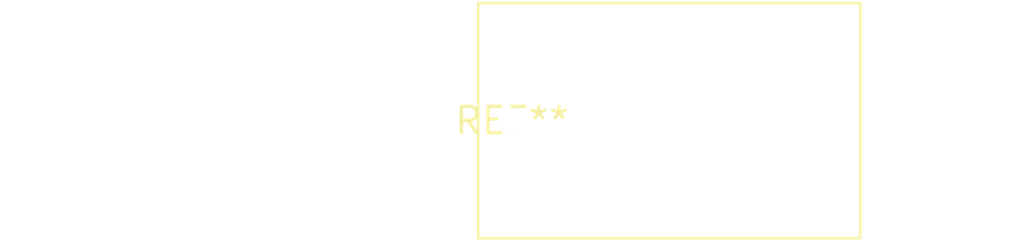
<source format=kicad_pcb>
(kicad_pcb (version 20240108) (generator pcbnew)
  (layers (0 "F.Cu" signal) (31 "B.Cu" signal) (34 "B.Paste" user) (35 "F.Paste" user) (36 "B.SilkS" user "B.Silkscreen") (37 "F.SilkS" user "F.Silkscreen") (38 "B.Mask" user) (39 "F.Mask" user) (44 "Edge.Cuts" user))
  (net 0 "")
  (footprint "C_Rect_L18.0mm_W11.0mm_P15.00mm_FKS3_FKP3" (layer "F.Cu") (at 0 0)
    (property "Reference" "REF**")
    (property "Value" "C_Rect_L18.0mm_W11.0mm_P15.00mm_FKS3_FKP3")
    (fp_line (start -1.62 -5.62) (end -1.62 5.62) (layer "F.SilkS") (stroke (width 0.12)))
    (fp_line (start -1.62 -5.62) (end 16.62 -5.62) (layer "F.SilkS") (stroke (width 0.12)))
    (fp_line (start -1.62 5.62) (end 16.62 5.62) (layer "F.SilkS") (stroke (width 0.12)))
    (fp_line (start 16.62 -5.62) (end 16.62 5.62) (layer "F.SilkS") (stroke (width 0.12)))
    (pad "1" thru_hole circle (at 0 0) (size 2.4 2.4) (drill 1.2) (layers *.Cu *.Mask) (remove_unused_layers))
    (pad "2" thru_hole circle (at 15 0) (size 2.4 2.4) (drill 1.2) (layers *.Cu *.Mask) (remove_unused_layers))
  )
)
</source>
